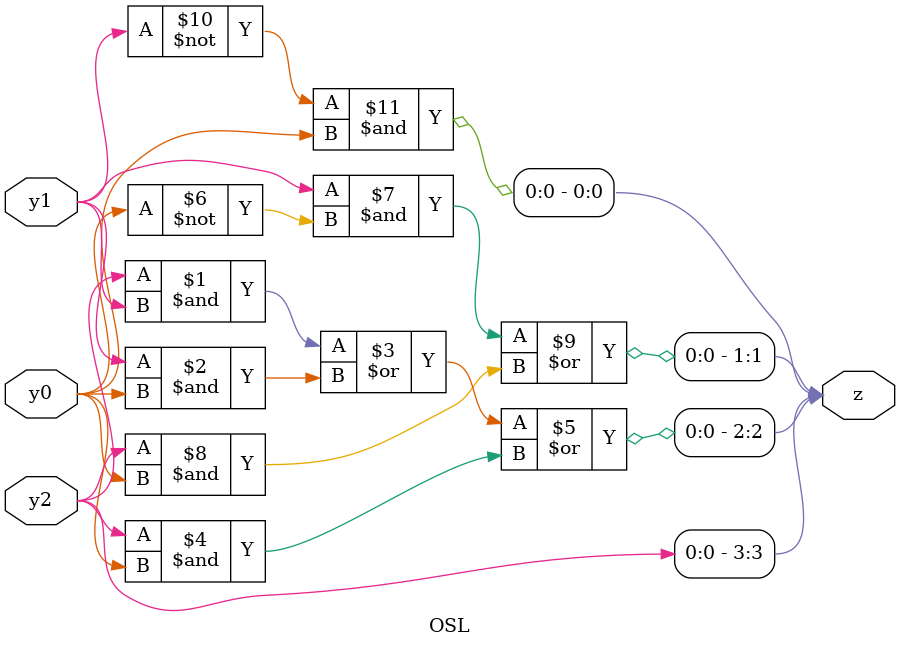
<source format=v>
module OSL(y2, y1, y0, z);
     input y2, y1, y0;
     output [3:0] z;
	  
     assign z[3]= y2;
     assign z[2] = (y2&y1)|(y1&y0)|(y2&y0);
     assign z[1] = (y1&~y0)|(y2&y0);
     assign z[0] = ~y1&y0;
	  
endmodule


</source>
